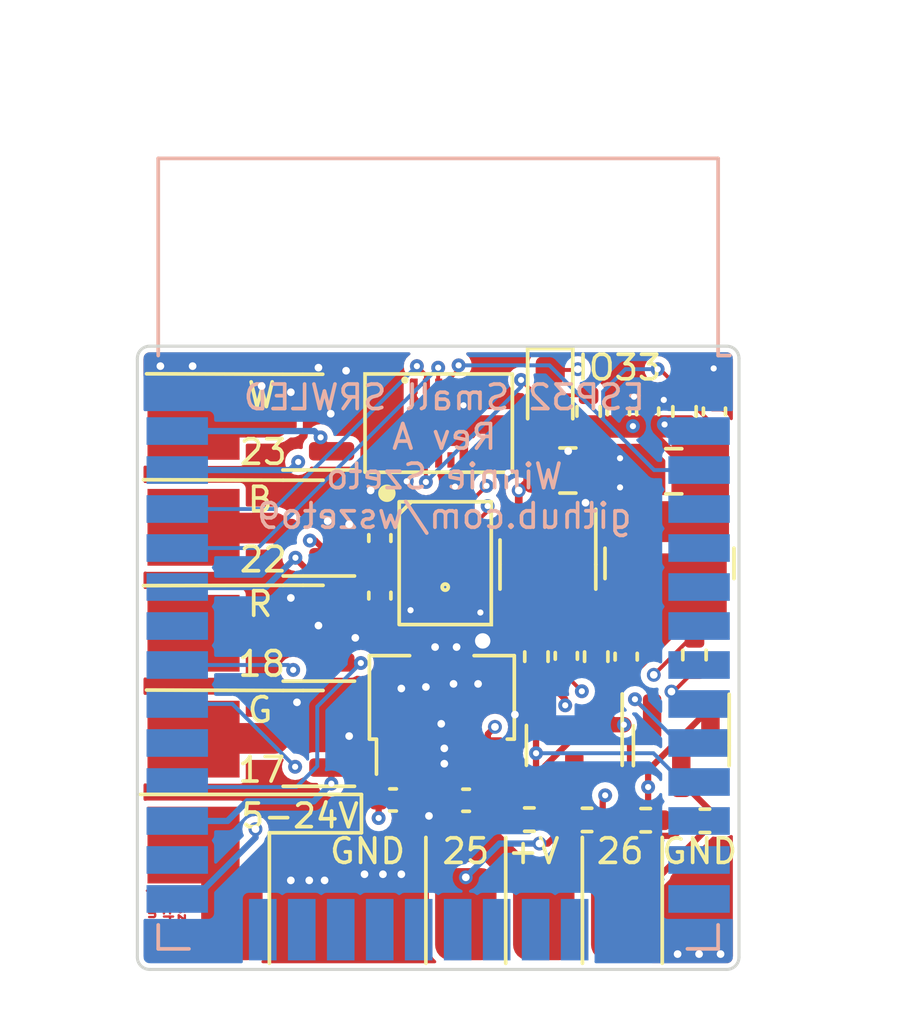
<source format=kicad_pcb>
(kicad_pcb (version 20211014) (generator pcbnew)
  (layers (0 "F.Cu" signal) (1 "In1.Cu" signal) (2 "In2.Cu" signal) (31 "B.Cu" signal) (34 "B.Paste" user) (35 "F.Paste" user) (36 "B.SilkS" user "B.Silkscreen") (37 "F.SilkS" user "F.Silkscreen") (38 "B.Mask" user) (39 "F.Mask" user) (44 "Edge.Cuts" user))
  (property "AUTHOR" "Winnie Szeto")
  (property "PROJECT_REVISION" "A01")
  (property "PROJECT_TITLE" "WS Template Project")
  (net 0 "")
  (net 1 "/MIC_POW")
  (net 2 "/GND")
  (net 3 "/VIN")
  (net 4 "Net-(C4-Pad1)")
  (net 5 "Net-(C4-Pad2)")
  (net 6 "/3V3")
  (net 7 "Net-(C5-Pad2)")
  (net 8 "/RST")
  (net 9 "/TXD0")
  (net 10 "/BOOT")
  (net 11 "/RXD0")
  (net 14 "/W")
  (net 15 "/R")
  (net 16 "/G")
  (net 17 "/B")
  (net 18 "/ADDR1")
  (net 20 "/PDM_CLK")
  (net 21 "/PDM_DATA")
  (net 27 "/W_SIG")
  (net 29 "/SCK_I2S")
  (net 41 "/ADDR2")
  (net 43 "/G_SIG")
  (net 44 "/B_SIG")
  (net 45 "/R_SIG")
  (net 46 "/5v")
  (net 47 "/ADDR1_SHIFTED")
  (net 49 "/ADDR2_SHIFTED")
  (net 50 "Net-(D1-Pad1)")
  (net 51 "Net-(R9-Pad2)")
  (footprint "Capacitor_SMD:C_0402_1005Metric" (layer "F.Cu") (at 132.4 70.45 90)
    (fp_text reference "C1" hide)
    (fp_text value "0402,10uF,6.3V,X5R ")
    (pad "1" smd roundrect (at -0.48 0 90) (size 0.56 0.62) (layers "F.Cu" "F.Paste" "F.Mask") (net 1 "/MIC_POW"))
    (pad "2" smd roundrect (at 0.48 0 90) (size 0.56 0.62) (layers "F.Cu" "F.Paste" "F.Mask") (net 2 "/GND"))
  )
  (footprint "Capacitor_SMD:C_0805_2012Metric" (layer "F.Cu") (at 138.525 68.25)
    (fp_text reference "C2" hide)
    (fp_text value "0805,10uF,50V,X5R ")
    (pad "1" smd roundrect (at -0.95 0) (size 1 1.45) (layers "F.Cu" "F.Paste" "F.Mask") (net 3 "/VIN"))
    (pad "2" smd roundrect (at 0.95 0) (size 1 1.45) (layers "F.Cu" "F.Paste" "F.Mask") (net 2 "/GND"))
  )
  (footprint "WS_LCSC_Connectors:YXT-BB10-10S-02" (layer "F.Cu") (at 134.316772 66.70536)
    (fp_text reference "J2" hide)
    (fp_text value "BB10-10S-02")
    (pad "1" smd rect (at -0.8 -1.2) (size 0.23 0.5) (layers "F.Cu" "F.Paste" "F.Mask") (net 6 "/3V3"))
    (pad "2" smd rect (at -0.8 1.2) (size 0.23 0.5) (layers "F.Cu" "F.Paste" "F.Mask") (net 2 "/GND"))
    (pad "3" smd rect (at -0.4 -1.2) (size 0.23 0.5) (layers "F.Cu" "F.Paste" "F.Mask") (net 9 "/TXD0"))
    (pad "4" smd rect (at -0.4 1.2) (size 0.23 0.5) (layers "F.Cu" "F.Paste" "F.Mask") (net 10 "/BOOT"))
    (pad "5" smd rect (at 0 -1.2) (size 0.23 0.5) (layers "F.Cu" "F.Paste" "F.Mask") (net 11 "/RXD0"))
    (pad "6" smd rect (at 0 1.2) (size 0.23 0.5) (layers "F.Cu" "F.Paste" "F.Mask"))
    (pad "7" smd rect (at 0.4 -1.2) (size 0.23 0.5) (layers "F.Cu" "F.Paste" "F.Mask") (net 8 "/RST"))
    (pad "8" smd rect (at 0.4 1.2) (size 0.23 0.5) (layers "F.Cu" "F.Paste" "F.Mask"))
    (pad "9" smd rect (at 0.8 -1.2) (size 0.23 0.5) (layers "F.Cu" "F.Paste" "F.Mask") (net 2 "/GND"))
    (pad "10" smd rect (at 0.8 1.2) (size 0.23 0.5) (layers "F.Cu" "F.Paste" "F.Mask") (net 6 "/3V3"))
    (pad "MP" smd roundrect (at -1.8 1 90) (size 0.9 0.9) (layers "F.Cu" "F.Paste" "F.Mask") (roundrect_rratio 0) (chamfer_ratio 0.33) (chamfer top_left) (net 2 "/GND"))
    (pad "MP" smd roundrect (at -1.8 -1) (size 0.9 0.9) (layers "F.Cu" "F.Paste" "F.Mask") (roundrect_rratio 0) (chamfer_ratio 0.33) (chamfer top_left) (net 2 "/GND"))
    (pad "MP" smd roundrect (at 1.8 -1 270) (size 0.9 0.9) (layers "F.Cu" "F.Paste" "F.Mask") (roundrect_rratio 0) (chamfer_ratio 0.33) (chamfer top_left) (net 2 "/GND"))
    (pad "MP" smd roundrect (at 1.8 1 180) (size 0.9 0.9) (layers "F.Cu" "F.Paste" "F.Mask") (roundrect_rratio 0) (chamfer_ratio 0.33) (chamfer top_left) (net 2 "/GND"))
  )
  (footprint "Package_TO_SOT_SMD:SOT-23" (layer "F.Cu") (at 142.22 77.212499 -90)
    (fp_text reference "U9" hide)
    (fp_text value "AO3400A")
    (pad "1" smd roundrect (at -0.9375 -0.95 270) (size 1.475 0.6) (layers "F.Cu" "F.Paste" "F.Mask") (net 6 "/3V3"))
    (pad "2" smd roundrect (at -0.9375 0.95 270) (size 1.475 0.6) (layers "F.Cu" "F.Paste" "F.Mask") (net 41 "/ADDR2"))
    (pad "3" smd roundrect (at 0.9375 0 270) (size 1.475 0.6) (layers "F.Cu" "F.Paste" "F.Mask") (net 49 "/ADDR2_SHIFTED"))
  )
  (footprint "Package_TO_SOT_SMD:SOT-23" (layer "F.Cu") (at 138.735 77.2025 -90)
    (fp_text reference "U10" hide)
    (fp_text value "AO3400A")
    (pad "1" smd roundrect (at -0.9375 -0.95 270) (size 1.475 0.6) (layers "F.Cu" "F.Paste" "F.Mask") (net 6 "/3V3"))
    (pad "2" smd roundrect (at -0.9375 0.95 270) (size 1.475 0.6) (layers "F.Cu" "F.Paste" "F.Mask") (net 18 "/ADDR1"))
    (pad "3" smd roundrect (at 0.9375 0 270) (size 1.475 0.6) (layers "F.Cu" "F.Paste" "F.Mask") (net 47 "/ADDR1_SHIFTED"))
  )
  (footprint "Capacitor_SMD:C_0402_1005Metric" (layer "F.Cu") (at 140.175 66.325 90)
    (fp_text reference "C9" hide)
    (fp_text value "0402,10uF,6.3V,X5R ")
    (pad "1" smd roundrect (at -0.48 0 90) (size 0.56 0.62) (layers "F.Cu" "F.Paste" "F.Mask") (net 6 "/3V3"))
    (pad "2" smd roundrect (at 0.48 0 90) (size 0.56 0.62) (layers "F.Cu" "F.Paste" "F.Mask") (net 2 "/GND"))
  )
  (footprint "Capacitor_SMD:C_0402_1005Metric" (layer "F.Cu") (at 135.21 78.99 180)
    (fp_text reference "C10" hide)
    (fp_text value "0402,100nF,50V,X7R ")
    (pad "1" smd roundrect (at -0.48 0 180) (size 0.56 0.62) (layers "F.Cu" "F.Paste" "F.Mask") (net 3 "/VIN"))
    (pad "2" smd roundrect (at 0.48 0 180) (size 0.56 0.62) (layers "F.Cu" "F.Paste" "F.Mask") (net 2 "/GND"))
  )
  (footprint "LED_SMD:LED_0603_1608Metric" (layer "F.Cu") (at 137.95 65.7625 -90)
    (fp_text reference "D1" hide)
    (fp_text value "LED_White")
    (pad "1" smd roundrect (at -0.7875 0 270) (size 0.875 0.95) (layers "F.Cu" "F.Paste" "F.Mask") (net 50 "Net-(D1-Pad1)"))
    (pad "2" smd roundrect (at 0.7875 0 270) (size 0.875 0.95) (layers "F.Cu" "F.Paste" "F.Mask") (net 6 "/3V3"))
  )
  (footprint "Package_TO_SOT_SMD:SOT-23-6" (layer "F.Cu") (at 137.875 71.3125 -90)
    (fp_text reference "U1" hide)
    (fp_text value "TPS54202DDC")
    (pad "1" smd roundrect (at -1.1375 -0.95 270) (size 1.325 0.6) (layers "F.Cu" "F.Paste" "F.Mask") (net 2 "/GND"))
    (pad "2" smd roundrect (at -1.1375 0 270) (size 1.325 0.6) (layers "F.Cu" "F.Paste" "F.Mask") (net 5 "Net-(C4-Pad2)"))
    (pad "3" smd roundrect (at -1.1375 0.95 270) (size 1.325 0.6) (layers "F.Cu" "F.Paste" "F.Mask") (net 3 "/VIN"))
    (pad "4" smd roundrect (at 1.1375 0.95 270) (size 1.325 0.6) (layers "F.Cu" "F.Paste" "F.Mask") (net 7 "Net-(C5-Pad2)"))
    (pad "5" smd roundrect (at 1.1375 0 270) (size 1.325 0.6) (layers "F.Cu" "F.Paste" "F.Mask"))
    (pad "6" smd roundrect (at 1.1375 -0.95 270) (size 1.325 0.6) (layers "F.Cu" "F.Paste" "F.Mask") (net 4 "Net-(C4-Pad1)"))
  )
  (footprint "Capacitor_SMD:C_0402_1005Metric" (layer "F.Cu") (at 138.475 74.2875 90)
    (fp_text reference "C5" hide)
    (fp_text value "0402,47pF,50V,C0G ")
    (pad "1" smd roundrect (at -0.48 0 90) (size 0.56 0.62) (layers "F.Cu" "F.Paste" "F.Mask") (net 6 "/3V3"))
    (pad "2" smd roundrect (at 0.48 0 90) (size 0.56 0.62) (layers "F.Cu" "F.Paste" "F.Mask") (net 7 "Net-(C5-Pad2)"))
  )
  (footprint "Resistor_SMD:R_0402_1005Metric" (layer "F.Cu") (at 139.2 66.325 90)
    (fp_text reference "R4" hide)
    (fp_text value "0402,10k")
    (pad "1" smd roundrect (at -0.51 0 90) (size 0.54 0.64) (layers "F.Cu" "F.Paste" "F.Mask") (net 6 "/3V3"))
    (pad "2" smd roundrect (at 0.51 0 90) (size 0.54 0.64) (layers "F.Cu" "F.Paste" "F.Mask") (net 10 "/BOOT"))
  )
  (footprint "Resistor_SMD:R_0402_1005Metric" (layer "F.Cu") (at 142.99 79.66 180)
    (fp_text reference "R7" hide)
    (fp_text value "0402,10k")
    (pad "1" smd roundrect (at -0.51 0 180) (size 0.54 0.64) (layers "F.Cu" "F.Paste" "F.Mask") (net 49 "/ADDR2_SHIFTED"))
    (pad "2" smd roundrect (at 0.51 0 180) (size 0.54 0.64) (layers "F.Cu" "F.Paste" "F.Mask") (net 46 "/5v"))
  )
  (footprint "Resistor_SMD:R_0402_1005Metric" (layer "F.Cu") (at 141.06 79.64)
    (fp_text reference "R5" hide)
    (fp_text value "0402,10k")
    (pad "1" smd roundrect (at -0.51 0) (size 0.54 0.64) (layers "F.Cu" "F.Paste" "F.Mask") (net 41 "/ADDR2"))
    (pad "2" smd roundrect (at 0.51 0) (size 0.54 0.64) (layers "F.Cu" "F.Paste" "F.Mask") (net 6 "/3V3"))
  )
  (footprint "Package_TO_SOT_SMD:SOT-23" (layer "F.Cu") (at 129.890531 66.67391 180)
    (fp_text reference "U6" hide)
    (fp_text value "AO3400A")
    (pad "1" smd roundrect (at -0.9375 -0.95 180) (size 1.475 0.6) (layers "F.Cu" "F.Paste" "F.Mask") (net 27 "/W_SIG"))
    (pad "2" smd roundrect (at -0.9375 0.95 180) (size 1.475 0.6) (layers "F.Cu" "F.Paste" "F.Mask") (net 2 "/GND"))
    (pad "3" smd roundrect (at 0.9375 0 180) (size 1.475 0.6) (layers "F.Cu" "F.Paste" "F.Mask") (net 14 "/W"))
  )
  (footprint "Inductor_SMD:L_Wuerth_MAPI-4030" (layer "F.Cu") (at 141.834998 71.275 90)
    (fp_text reference "L1" hide)
    (fp_text value "4.7uH/2A")
    (pad "1" smd rect (at -1.185 0 90) (size 0.98 3.7) (layers "F.Cu" "F.Paste" "F.Mask") (net 5 "Net-(C4-Pad2)"))
    (pad "2" smd rect (at 1.185 0 90) (size 0.98 3.7) (layers "F.Cu" "F.Paste" "F.Mask") (net 6 "/3V3"))
  )
  (footprint "Package_TO_SOT_SMD:SOT-89-3" (layer "F.Cu") (at 134.42 75.94 90)
    (fp_text reference "U8" hide)
    (fp_text value "78L05G-AB3-R")
    (pad "1" smd rect (at -1.65 -1.5 90) (size 1.3 0.9) (layers "F.Cu" "F.Paste" "F.Mask") (net 46 "/5v"))
    (pad "2" smd custom (at -1.5625 0 90) (size 1.475 0.9) (layers "F.Cu" "F.Paste" "F.Mask") (net 2 "/GND") (options (clearance outline) (anchor rect)) (primitives (gr_poly (pts (xy 3.8625 0.8665) (xy 0.7375 0.8665) (xy 0.7375 -0.8665) (xy 3.8625 -0.8665)) (width 0) (fill yes))))
    (pad "3" smd rect (at -1.65 1.5 90) (size 1.3 0.9) (layers "F.Cu" "F.Paste" "F.Mask") (net 3 "/VIN"))
  )
  (footprint "Package_TO_SOT_SMD:SOT-23" (layer "F.Cu") (at 129.9 73.55 180)
    (fp_text reference "U4" hide)
    (fp_text value "AO3400A")
    (pad "1" smd roundrect (at -0.9375 -0.95 180) (size 1.475 0.6) (layers "F.Cu" "F.Paste" "F.Mask") (net 45 "/R_SIG"))
    (pad "2" smd roundrect (at -0.9375 0.95 180) (size 1.475 0.6) (layers "F.Cu" "F.Paste" "F.Mask") (net 2 "/GND"))
    (pad "3" smd roundrect (at 0.9375 0 180) (size 1.475 0.6) (layers "F.Cu" "F.Paste" "F.Mask") (net 15 "/R"))
  )
  (footprint "Capacitor_SMD:C_0402_1005Metric" (layer "F.Cu") (at 132.83 78.98)
    (fp_text reference "C11" hide)
    (fp_text value "0402,100nF,16V,X7R ")
    (pad "1" smd roundrect (at -0.48 0) (size 0.56 0.62) (layers "F.Cu" "F.Paste" "F.Mask") (net 46 "/5v"))
    (pad "2" smd roundrect (at 0.48 0) (size 0.56 0.62) (layers "F.Cu" "F.Paste" "F.Mask") (net 2 "/GND"))
  )
  (footprint "WS_LCSC_ICs:MSM261D4030H1CPM" (layer "F.Cu") (at 134.529304 71.2675 180)
    (fp_text reference "U2" hide)
    (fp_text value "MSM261D4030H1CPM")
    (pad "1" smd rect (at 0.425 0.725) (size 0.45 0.95) (layers "F.Cu" "F.Paste" "F.Mask") (net 1 "/MIC_POW"))
    (pad "2" smd rect (at 0.425 -0.725) (size 0.45 0.95) (layers "F.Cu" "F.Paste" "F.Mask") (net 2 "/GND"))
    (pad "3" smd rect (at -0.425 -0.725) (size 0.45 0.95) (layers "F.Cu" "F.Paste" "F.Mask") (net 20 "/PDM_CLK"))
    (pad "4" smd rect (at -0.425 0.725) (size 0.45 0.95) (layers "F.Cu" "F.Paste" "F.Mask") (net 21 "/PDM_DATA"))
    (pad "5" smd roundrect (at 0 1.725 180) (size 1.3 0.35) (layers "F.Cu" "F.Paste" "F.Mask") (roundrect_rratio 0) (chamfer_ratio 0.2857) (chamfer top_left top_right) (net 2 "/GND"))
    (pad "6" smd roundrect (at 1.225 0 270) (size 2.3 0.35) (layers "F.Cu" "F.Paste" "F.Mask") (roundrect_rratio 0) (chamfer_ratio 0.2857) (chamfer top_left top_right) (net 2 "/GND"))
    (pad "7" smd roundrect (at 0 -1.725) (size 1.3 0.35) (layers "F.Cu" "F.Paste" "F.Mask") (roundrect_rratio 0) (chamfer_ratio 0.2857) (chamfer top_left top_right) (net 2 "/GND"))
    (pad "8" smd roundrect (at -1.225 0 90) (size 2.3 0.35) (layers "F.Cu" "F.Paste" "F.Mask") (roundrect_rratio 0) (chamfer_ratio 0.2857) (chamfer top_left top_right) (net 2 "/GND"))
  )
  (footprint "Capacitor_SMD:C_0402_1005Metric" (layer "F.Cu") (at 141.125 66.325 90)
    (fp_text reference "C7" hide)
    (fp_text value "0402,100nF,16V,X7R ")
    (pad "1" smd roundrect (at -0.48 0 90) (size 0.56 0.62) (layers "F.Cu" "F.Paste" "F.Mask") (net 6 "/3V3"))
    (pad "2" smd roundrect (at 0.48 0 90) (size 0.56 0.62) (layers "F.Cu" "F.Paste" "F.Mask") (net 2 "/GND"))
  )
  (footprint "Resistor_SMD:R_0402_1005Metric" (layer "F.Cu") (at 142.325 66.325 90)
    (fp_text reference "R1" hide)
    (fp_text value "0402,10k")
    (pad "1" smd roundrect (at -0.51 0 90) (size 0.54 0.64) (layers "F.Cu" "F.Paste" "F.Mask") (net 6 "/3V3"))
    (pad "2" smd roundrect (at 0.51 0 90) (size 0.54 0.64) (layers "F.Cu" "F.Paste" "F.Mask") (net 8 "/RST"))
  )
  (footprint "Package_TO_SOT_SMD:SOT-23" (layer "F.Cu") (at 129.9 76.975 180)
    (fp_text reference "U7" hide)
    (fp_text value "AO3400A")
    (pad "1" smd roundrect (at -0.9375 -0.95 180) (size 1.475 0.6) (layers "F.Cu" "F.Paste" "F.Mask") (net 43 "/G_SIG"))
    (pad "2" smd roundrect (at -0.9375 0.95 180) (size 1.475 0.6) (layers "F.Cu" "F.Paste" "F.Mask") (net 2 "/GND"))
    (pad "3" smd roundrect (at 0.9375 0 180) (size 1.475 0.6) (layers "F.Cu" "F.Paste" "F.Mask") (net 16 "/G"))
  )
  (footprint "Resistor_SMD:R_0402_1005Metric" (layer "F.Cu") (at 139.15 79.63)
    (fp_text reference "R8" hide)
    (fp_text value "0402,10k")
    (pad "1" smd roundrect (at -0.51 0) (size 0.54 0.64) (layers "F.Cu" "F.Paste" "F.Mask") (net 47 "/ADDR1_SHIFTED"))
    (pad "2" smd roundrect (at 0.51 0) (size 0.54 0.64) (layers "F.Cu" "F.Paste" "F.Mask") (net 46 "/5v"))
  )
  (footprint "WS_LCSC_Connectors:1x7 wire solder pad" (layer "F.Cu") (at 135.2 82.7)
    (fp_text reference "J1" hide)
    (fp_text value "SolderHeader1x7")
    (pad "1" smd roundrect (at -7.62 0) (size 2 3) (layers "F.Cu" "F.Paste" "F.Mask") (net 3 "/VIN"))
    (pad "2" smd roundrect (at -5.08 0) (size 2 3) (layers "F.Cu" "F.Paste" "F.Mask") (net 2 "/GND"))
    (pad "3" smd roundrect (at -2.54 0) (size 2 3) (layers "F.Cu" "F.Paste" "F.Mask") (net 2 "/GND"))
    (pad "4" smd roundrect (at 0 0) (size 2 3) (layers "F.Cu" "F.Paste" "F.Mask") (net 47 "/ADDR1_SHIFTED"))
    (pad "5" smd roundrect (at 2.54 0) (size 2 3) (layers "F.Cu" "F.Paste" "F.Mask") (net 3 "/VIN"))
    (pad "6" smd roundrect (at 5.08 0) (size 2 3) (layers "F.Cu" "F.Paste" "F.Mask") (net 49 "/ADDR2_SHIFTED"))
    (pad "7" smd roundrect (at 7.62 0) (size 2 3) (layers "F.Cu" "F.Paste" "F.Mask") (net 2 "/GND"))
  )
  (footprint "Resistor_SMD:R_0402_1005Metric" (layer "F.Cu") (at 139.45 74.3125 90)
    (fp_text reference "R2" hide)
    (fp_text value "0402,100k")
    (pad "1" smd roundrect (at -0.51 0 90) (size 0.54 0.64) (layers "F.Cu" "F.Paste" "F.Mask") (net 6 "/3V3"))
    (pad "2" smd roundrect (at 0.51 0 90) (size 0.54 0.64) (layers "F.Cu" "F.Paste" "F.Mask") (net 7 "Net-(C5-Pad2)"))
  )
  (footprint "Capacitor_SMD:C_0402_1005Metric" (layer "F.Cu") (at 140.425 74.3125 -90)
    (fp_text reference "C4" hide)
    (fp_text value "0402,100nF,16V,X7R ")
    (pad "1" smd roundrect (at -0.48 0 270) (size 0.56 0.62) (layers "F.Cu" "F.Paste" "F.Mask") (net 4 "Net-(C4-Pad1)"))
    (pad "2" smd roundrect (at 0.48 0 270) (size 0.56 0.62) (layers "F.Cu" "F.Paste" "F.Mask") (net 5 "Net-(C4-Pad2)"))
  )
  (footprint "Resistor_SMD:R_0402_1005Metric" (layer "F.Cu") (at 137.5 74.3125 -90)
    (fp_text reference "R3" hide)
    (fp_text value "0402,22k")
    (pad "1" smd roundrect (at -0.51 0 270) (size 0.54 0.64) (layers "F.Cu" "F.Paste" "F.Mask") (net 7 "Net-(C5-Pad2)"))
    (pad "2" smd roundrect (at 0.51 0 270) (size 0.54 0.64) (layers "F.Cu" "F.Paste" "F.Mask") (net 2 "/GND"))
  )
  (footprint "Resistor_SMD:R_0402_1005Metric" (layer "F.Cu") (at 142.65 74.259999 -90)
    (fp_text reference "R9" hide)
    (fp_text value "0402,220")
    (pad "1" smd roundrect (at -0.51 0 270) (size 0.54 0.64) (layers "F.Cu" "F.Paste" "F.Mask") (net 50 "Net-(D1-Pad1)"))
    (pad "2" smd roundrect (at 0.51 0 270) (size 0.54 0.64) (layers "F.Cu" "F.Paste" "F.Mask") (net 51 "Net-(R9-Pad2)"))
  )
  (footprint "Package_TO_SOT_SMD:SOT-23" (layer "F.Cu") (at 129.9 70.125 180)
    (fp_text reference "U5" hide)
    (fp_text value "AO3400A")
    (pad "1" smd roundrect (at -0.9375 -0.95 180) (size 1.475 0.6) (layers "F.Cu" "F.Paste" "F.Mask") (net 44 "/B_SIG"))
    (pad "2" smd roundrect (at -0.9375 0.95 180) (size 1.475 0.6) (layers "F.Cu" "F.Paste" "F.Mask") (net 2 "/GND"))
    (pad "3" smd roundrect (at 0.9375 0 180) (size 1.475 0.6) (layers "F.Cu" "F.Paste" "F.Mask") (net 17 "/B"))
  )
  (footprint "Capacitor_SMD:C_0402_1005Metric" (layer "F.Cu") (at 143.3 66.325 90)
    (fp_text reference "C6" hide)
    (fp_text value "0402,100nF,16V,X7R ")
    (pad "1" smd roundrect (at -0.48 0 90) (size 0.56 0.62) (layers "F.Cu" "F.Paste" "F.Mask") (net 8 "/RST"))
    (pad "2" smd roundrect (at 0.48 0 90) (size 0.56 0.62) (layers "F.Cu" "F.Paste" "F.Mask") (net 2 "/GND"))
  )
  (footprint "Resistor_SMD:R_0402_1005Metric" (layer "F.Cu") (at 137.27 79.62)
    (fp_text reference "R6" hide)
    (fp_text value "0402,10k")
    (pad "1" smd roundrect (at -0.51 0) (size 0.54 0.64) (layers "F.Cu" "F.Paste" "F.Mask") (net 18 "/ADDR1"))
    (pad "2" smd roundrect (at 0.51 0) (size 0.54 0.64) (layers "F.Cu" "F.Paste" "F.Mask") (net 6 "/3V3"))
  )
  (footprint "Capacitor_SMD:C_0402_1005Metric" (layer "F.Cu") (at 132.399999 72.325 -90)
    (fp_text reference "C3" hide)
    (fp_text value "0402,100nF,16V,X7R ")
    (pad "1" smd roundrect (at -0.48 0 270) (size 0.56 0.62) (layers "F.Cu" "F.Paste" "F.Mask") (net 1 "/MIC_POW"))
    (pad "2" smd roundrect (at 0.48 0 270) (size 0.56 0.62) (layers "F.Cu" "F.Paste" "F.Mask") (net 2 "/GND"))
  )
  (footprint "WS_LCSC_Connectors:1x5 solder pad" (layer "F.Cu") (at 126.33 73.55 -90)
    (fp_text reference "J3" hide)
    (fp_text value "SolderHeader1x5")
    (pad "1" smd rect (at -6.9 0 270) (size 2.5 3) (layers "F.Cu" "F.Paste" "F.Mask") (net 14 "/W"))
    (pad "2" smd rect (at -3.45 0 270) (size 2.5 3) (layers "F.Cu" "F.Paste" "F.Mask") (net 17 "/B"))
    (pad "3" smd rect (at 0 0 270) (size 2.5 3) (layers "F.Cu" "F.Paste" "F.Mask") (net 15 "/R"))
    (pad "4" smd rect (at 3.45 0 270) (size 2.5 3) (layers "F.Cu" "F.Paste" "F.Mask") (net 16 "/G"))
    (pad "5" smd rect (at 6.9 0 270) (size 2.5 3) (layers "F.Cu" "F.Paste" "F.Mask") (net 3 "/VIN"))
  )
  (footprint "Capacitor_SMD:C_0805_2012Metric" (layer "F.Cu") (at 141.975 68.275 180)
    (fp_text reference "C8" hide)
    (fp_text value "0805,47uF,6.3V,X5R ")
    (pad "1" smd roundrect (at -0.95 0 180) (size 1 1.45) (layers "F.Cu" "F.Paste" "F.Mask") (net 6 "/3V3"))
    (pad "2" smd roundrect (at 0.95 0 180) (size 1 1.45) (layers "F.Cu" "F.Paste" "F.Mask") (net 2 "/GND"))
  )
  (footprint "RF_Module:ESP32-WROOM-32" (layer "B.Cu") (at 134.3 73.95 180)
    (fp_text reference "U3" hide)
    (fp_text value "ESP32-WROOM-32D")
    (pad "1" smd rect (at -8.5 8.255 180) (size 2 0.9) (layers "B.Cu" "B.Paste" "B.Mask") (net 2 "/GND"))
    (pad "2" smd rect (at -8.5 6.985 180) (size 2 0.9) (layers "B.Cu" "B.Paste" "B.Mask") (net 6 "/3V3"))
    (pad "3" smd rect (at -8.5 5.715 180) (size 2 0.9) (layers "B.Cu" "B.Paste" "B.Mask") (net 8 "/RST"))
    (pad "4" smd rect (at -8.5 4.445 180) (size 2 0.9) (layers "B.Cu" "B.Paste" "B.Mask"))
    (pad "5" smd rect (at -8.5 3.175 180) (size 2 0.9) (layers "B.Cu" "B.Paste" "B.Mask"))
    (pad "6" smd rect (at -8.5 1.905 180) (size 2 0.9) (layers "B.Cu" "B.Paste" "B.Mask"))
    (pad "7" smd rect (at -8.5 0.635 180) (size 2 0.9) (layers "B.Cu" "B.Paste" "B.Mask"))
    (pad "8" smd rect (at -8.5 -0.635 180) (size 2 0.9) (layers "B.Cu" "B.Paste" "B.Mask"))
    (pad "9" smd rect (at -8.5 -1.905 180) (size 2 0.9) (layers "B.Cu" "B.Paste" "B.Mask") (net 51 "Net-(R9-Pad2)"))
    (pad "10" smd rect (at -8.5 -3.175 180) (size 2 0.9) (layers "B.Cu" "B.Paste" "B.Mask") (net 41 "/ADDR2"))
    (pad "11" smd rect (at -8.5 -4.445 180) (size 2 0.9) (layers "B.Cu" "B.Paste" "B.Mask") (net 18 "/ADDR1"))
    (pad "12" smd rect (at -8.5 -5.715 180) (size 2 0.9) (layers "B.Cu" "B.Paste" "B.Mask"))
    (pad "13" smd rect (at -8.5 -6.985 180) (size 2 0.9) (layers "B.Cu" "B.Paste" "B.Mask") (net 29 "/SCK_I2S"))
    (pad "14" smd rect (at -8.5 -8.255 180) (size 2 0.9) (layers "B.Cu" "B.Paste" "B.Mask"))
    (pad "15" smd rect (at -5.715 -9.255 90) (size 2 0.9) (layers "B.Cu" "B.Paste" "B.Mask") (net 2 "/GND"))
    (pad "16" smd rect (at -4.445 -9.255 90) (size 2 0.9) (layers "B.Cu" "B.Paste" "B.Mask"))
    (pad "17" smd rect (at -3.175 -9.255 90) (size 2 0.9) (layers "B.Cu" "B.Paste" "B.Mask"))
    (pad "18" smd rect (at -1.905 -9.255 90) (size 2 0.9) (layers "B.Cu" "B.Paste" "B.Mask"))
    (pad "19" smd rect (at -0.635 -9.255 90) (size 2 0.9) (layers "B.Cu" "B.Paste" "B.Mask"))
    (pad "20" smd rect (at 0.635 -9.255 90) (size 2 0.9) (layers "B.Cu" "B.Paste" "B.Mask"))
    (pad "21" smd rect (at 1.905 -9.255 90) (size 2 0.9) (layers "B.Cu" "B.Paste" "B.Mask"))
    (pad "22" smd rect (at 3.175 -9.255 90) (size 2 0.9) (layers "B.Cu" "B.Paste" "B.Mask"))
    (pad "23" smd rect (at 4.445 -9.255 90) (size 2 0.9) (layers "B.Cu" "B.Paste" "B.Mask"))
    (pad "24" smd rect (at 5.715 -9.255 90) (size 2 0.9) (layers "B.Cu" "B.Paste" "B.Mask"))
    (pad "25" smd rect (at 8.5 -8.255 180) (size 2 0.9) (layers "B.Cu" "B.Paste" "B.Mask") (net 10 "/BOOT"))
    (pad "26" smd rect (at 8.5 -6.985 180) (size 2 0.9) (layers "B.Cu" "B.Paste" "B.Mask"))
    (pad "27" smd rect (at 8.5 -5.715 180) (size 2 0.9) (layers "B.Cu" "B.Paste" "B.Mask") (net 43 "/G_SIG"))
    (pad "28" smd rect (at 8.5 -4.445 180) (size 2 0.9) (layers "B.Cu" "B.Paste" "B.Mask") (net 45 "/R_SIG"))
    (pad "29" smd rect (at 8.5 -3.175 180) (size 2 0.9) (layers "B.Cu" "B.Paste" "B.Mask"))
    (pad "30" smd rect (at 8.5 -1.905 180) (size 2 0.9) (layers "B.Cu" "B.Paste" "B.Mask") (net 20 "/PDM_CLK"))
    (pad "31" smd rect (at 8.5 -0.635 180) (size 2 0.9) (layers "B.Cu" "B.Paste" "B.Mask") (net 21 "/PDM_DATA"))
    (pad "32" smd rect (at 8.5 0.635 180) (size 2 0.9) (layers "B.Cu" "B.Paste" "B.Mask"))
    (pad "33" smd rect (at 8.5 1.905 180) (size 2 0.9) (layers "B.Cu" "B.Paste" "B.Mask") (net 1 "/MIC_POW"))
    (pad "34" smd rect (at 8.5 3.175 180) (size 2 0.9) (layers "B.Cu" "B.Paste" "B.Mask") (net 11 "/RXD0"))
    (pad "35" smd rect (at 8.5 4.445 180) (size 2 0.9) (layers "B.Cu" "B.Paste" "B.Mask") (net 9 "/TXD0"))
    (pad "36" smd rect (at 8.5 5.715 180) (size 2 0.9) (layers "B.Cu" "B.Paste" "B.Mask") (net 44 "/B_SIG"))
    (pad "37" smd rect (at 8.5 6.985 180) (size 2 0.9) (layers "B.Cu" "B.Paste" "B.Mask") (net 27 "/W_SIG"))
    (pad "38" smd rect (at 8.5 8.255 180) (size 2 0.9) (layers "B.Cu" "B.Paste" "B.Mask") (net 2 "/GND"))
    (pad "39" smd rect (at -1 0.755 180) (size 5 5) (layers "B.Cu" "B.Paste" "B.Mask") (net 2 "/GND"))
  )
  (gr_line (start 124.6 78.8) (end 131.8 78.8) (layer "F.SilkS") (width 0.12))
  (gr_line (start 129.240531 65.11391) (end 124.8 65.1) (layer "F.SilkS") (width 0.12))
  (gr_line (start 136.5 84.3) (end 136.5 80.2) (layer "F.SilkS") (width 0.12))
  (gr_line (start 138.996359 80.2) (end 139 84.3) (layer "F.SilkS") (width 0.12))
  (gr_line (start 128.8 80.05) (end 128.8 84.3) (layer "F.SilkS") (width 0.12))
  (gr_line (start 141.6 84.3) (end 141.6 80.2) (layer "F.SilkS") (width 0.12))
  (gr_line (start 129.25 68.565) (end 124.7 68.55) (layer "F.SilkS") (width 0.12))
  (gr_line (start 129.25 71.99) (end 124.7 72) (layer "F.SilkS") (width 0.12))
  (gr_line (start 129.25 75.415) (end 124.8 75.4) (layer "F.SilkS") (width 0.12))
  (gr_line (start 131.8 78.8) (end 131.8 80.05) (layer "F.SilkS") (width 0.12))
  (gr_line (start 131.8 80.05) (end 128.8 80.05) (layer "F.SilkS") (width 0.12))
  (gr_line (start 133.9 80.2) (end 133.9 84.3) (layer "F.SilkS") (width 0.12))
  (gr_arc (start 124.500002 64.6) (mid 124.61716 64.317158) (end 124.900002 64.2) (layer "Edge.Cuts") (width 0.1))
  (gr_line (start 144.1 64.600002) (end 144.099998 84.1) (layer "Edge.Cuts") (width 0.1))
  (gr_arc (start 143.7 64.200002) (mid 143.982842 64.31716) (end 144.1 64.600002) (layer "Edge.Cuts") (width 0.1))
  (gr_line (start 143.699998 84.5) (end 124.9 84.499998) (layer "Edge.Cuts") (width 0.1))
  (gr_line (start 124.900002 64.2) (end 143.7 64.200002) (layer "Edge.Cuts") (width 0.1))
  (gr_arc (start 144.099998 84.1) (mid 143.98284 84.382842) (end 143.699998 84.5) (layer "Edge.Cuts") (width 0.1))
  (gr_arc (start 124.9 84.499998) (mid 124.617158 84.38284) (end 124.5 84.099998) (layer "Edge.Cuts") (width 0.1))
  (gr_line (start 124.500002 64.6) (end 124.5 84.099998) (layer "Edge.Cuts") (width 0.1))
  (gr_text "wszeto9.\ngithub.io\n/smolwled" (at 125.5 83.1 270) (layer "F.Cu") (effects (font (size 0.3 0.3) (thickness 0.075))))
  (gr_text "ESP32 Small SRWLED\nRev A\nWinnie Szeto\ngithub.com/wszeto9" (at 134.5 67.8) (layer "B.SilkS") (effects (font (size 0.8 0.8) (thickness 0.12)) (justify mirror)))
  (gr_text "5-24V\n" (at 129.8 79.5) (layer "F.SilkS") (effects (font (size 0.77 0.77) (thickness 0.12))))
  (gr_text "B\n" (at 128.5 69.2) (layer "F.SilkS") (effects (font (size 0.8 0.8) (thickness 0.12))))
  (gr_text "G" (at 128.5 76.05) (layer "F.SilkS") (effects (font (size 0.8 0.8) (thickness 0.12))))
  (gr_text "17\n" (at 128.55 78) (layer "F.SilkS") (effects (font (size 0.8 0.8) (thickness 0.12))))
  (gr_text "W\n" (at 128.55 65.8) (layer "F.SilkS") (effects (font (size 0.8 0.8) (thickness 0.12))))
  (gr_text "18\n" (at 128.55 74.55) (layer "F.SilkS") (effects (font (size 0.8 0.8) (thickness 0.12))))
  (gr_text "  GND  25 +V  26 GND" (at 136.8 80.65) (layer "F.SilkS") (effects (font (size 0.8 0.8) (thickness 0.12))))
  (gr_text "R\n" (at 128.5 72.6) (layer "F.SilkS") (effects (font (size 0.8 0.8) (thickness 0.12))))
  (gr_text "22\n" (at 128.6 71.15) (layer "F.SilkS") (effects (font (size 0.8 0.8) (thickness 0.12))))
  (gr_text "IO33" (at 140.2 64.9) (layer "F.SilkS") (effects (font (size 0.8 0.8) (thickness 0.12))))
  (gr_text "23\n" (at 128.6 67.65) (layer "F.SilkS") (effects (font (size 0.8 0.8) (thickness 0.12))))
  (segment (start 132.90002 70.42998) (end 132.90002 70.078056) (width 0.2032) (layer "F.Cu") (net 1))
  (segment (start 133.050596 69.92748) (end 133.489284 69.92748) (width 0.2032) (layer "F.Cu") (net 1))
  (segment (start 132.399999 71.845) (end 132.4 71.38) (width 0.2032) (layer "F.Cu") (net 1))
  (segment (start 132.4 71.38) (end 132.4 70.93) (width 0.2032) (layer "F.Cu") (net 1))
  (segment (start 132.4 70.93) (end 132.90002 70.42998) (width 0.2032) (layer "F.Cu") (net 1))
  (segment (start 129.65 71.10586) (end 130.34414 71.8) (width 0.2032) (layer "F.Cu") (net 1))
  (segment (start 129.65 71.09) (end 129.65 71.10586) (width 0.2032) (layer "F.Cu") (net 1))
  (segment (start 133.489284 69.92748) (end 134.104304 70.5425) (width 0.2032) (layer "F.Cu") (net 1))
  (segment (start 132.4 71.8) (end 132.4 71.38) (width 0.2032) (layer "F.Cu") (net 1))
  (segment (start 132.90002 70.078056) (end 133.050596 69.92748) (width 0.2032) (layer "F.Cu") (net 1))
  (segment (start 130.34414 71.8) (end 132.4 71.8) (width 0.2032) (layer "F.Cu") (net 1))
  (via (at 129.65 71.09) (size 0.45) (drill 0.2) (layers "F.Cu" "B.Cu") (net 1))
  (segment (start 125.8 72.045) (end 128.695 72.045) (width 0.2032) (layer "B.Cu") (net 1))
  (segment (start 128.695 72.045) (end 129.65 71.09) (width 0.2032) (layer "B.Cu") (net 1))
  (segment (start 141.545 65.845) (end 141.65 65.95) (width 0.5) (layer "F.Cu") (net 2))
  (segment (start 137.5 74.8225) (end 137.5225 74.8225) (width 0.127) (layer "F.Cu") (net 2))
  (segment (start 140.68 65.845) (end 141.125 65.845) (width 0.5) (layer "F.Cu") (net 2))
  (segment (start 140.175 65.845) (end 140.68 65.845) (width 0.5) (layer "F.Cu") (net 2))
  (segment (start 141.125 65.845) (end 141.545 65.845) (width 0.5) (layer "F.Cu") (net 2))
  (segment (start 137.56086 74.8225) (end 138.438711 75.700351) (width 0.2032) (layer "F.Cu") (net 2))
  (segment (start 138.438711 75.700351) (end 138.438711 75.898831) (width 0.2032) (layer "F.Cu") (net 2))
  (segment (start 137.655 74.8225) (end 137.6 74.7675) (width 0.127) (layer "F.Cu") (net 2))
  (segment (start 137.5225 74.8225) (end 137.8 75.1) (width 0.127) (layer "F.Cu") (net 2))
  (segment (start 137.5 74.8225) (end 137.56086 74.8225) (width 0.2032) (layer "F.Cu") (net 2))
  (via (at 129.7 75.8) (size 0.45) (drill 0.25) (layers "F.Cu" "B.Cu") (net 2))
  (via (at 131.9 81.4) (size 0.45) (drill 0.25) (layers "F.Cu" "B.Cu") (net 2))
  (via (at 131.3 65) (size 0.45) (drill 0.25) (layers "F.Cu" "B.Cu") (net 2))
  (via (at 130.7 69.9) (size 0.45) (drill 0.25) (layers "F.Cu" "B.Cu") (net 2))
  (via (at 130.1 81.6) (size 0.45) (drill 0.25) (layers "F.Cu" "B.Cu") (net 2))
  (via (at 143.5 84) (size 0.45) (drill 0.25) (layers "F.Cu" "B.Cu") (net 2))
  (via (at 140.225 68.8) (size 0.45) (drill 0.2) (layers "F.Cu" "B.Cu") (net 2))
  (via (at 135.125 66.125) (size 0.45) (drill 0.2) (layers "F.Cu" "B.Cu") (net 2))
  (via (at 131.6 73.7) (size 0.45) (drill 0.25) (layers "F.Cu" "B.Cu") (net 2))
  (via (at 130.6 81.6) (size 0.45) (drill 0.25) (layers "F.Cu" "B.Cu") (net 2))
  (via (at 133.1 75.35) (size 0.45) (drill 0.25) (layers "F.Cu" "B.Cu") (net 2))
  (via (at 134.8 75.2) (size 0.45) (drill 0.25) (layers "F.Cu" "B.Cu") (net 2))
  (via (at 139.1 69.3) (size 0.45) (drill 0.25) (layers "F.Cu" "B.Cu") (net 2))
  (via (at 132.1 68.9) (size 0.45) (drill 0.25) (layers "F.Cu" "B.Cu") (net 2))
  (via (at 130.4 73.3) (size 0.45) (drill 0.25) (layers "F.Cu" "B.Cu") (net 2))
  (via (at 134.5 77.3) (size 0.45) (drill 0.25) (layers "F.Cu" "B.Cu") (net 2))
  (via (at 134.85 68.775) (size 0.45) (drill 0.2) (layers "F.Cu" "B.Cu") (net 2))
  (via (at 143.275 64.925) (size 0.45) (drill 0.2) (layers "F.Cu" "B.Cu") (net 2))
  (via (at 135.6 75.2) (size 0.45) (drill 0.25) (layers "F.Cu" "B.Cu") (net 2))
  (via (at 126.3 64.85) (size 0.45) (drill 0.25) (layers "F.Cu" "B.Cu") (net 2))
  (via (at 125.25 64.85) (size 0.45) (drill 0.25) (layers "F.Cu" "B.Cu") (net 2))
  (via (at 134.5 77.8) (size 0.45) (drill 0.25) (layers "F.Cu" "B.Cu") (net 2))
  (via (at 141.65 65.95) (size 0.45) (drill 0.2) (layers "F.Cu" "B.Cu") (net 2))
  (via (at 129.5 72.4) (size 0.45) (drill 0.25) (layers "F.Cu" "B.Cu") (net 2))
  (via (at 140.225 67.85) (size 0.45) (drill 0.2) (layers "F.Cu" "B.Cu") (net 2))
  (via (at 138.535365 67.617971) (size 0.45) (drill 0.25) (layers "F.Cu" "B.Cu") (net 2))
  (via (at 140.68 65.845) (size 0.45) (drill 0.2) (layers "F.Cu" "B.Cu") (net 2))
  (via (at 136.8 76.2) (size 0.45) (drill 0.25) (layers "F.Cu" "B.Cu") (net 2))
  (via (at 134 79.5) (size 0.45) (drill 0.25) (layers "F.Cu" "B.Cu") (net 2))
  (via (at 138.438711 75.898831) (size 0.45) (drill 0.2) (layers "F.Cu" "B.Cu") (net 2))
  (via (at 133.275 68.6) (size 0.45) (drill 0.2) (layers "F.Cu" "B.Cu") (net 2))
  (via (at 142.8 84) (size 0.45) (drill 0.25) (layers "F.Cu" "B.Cu") (net 2))
  (via (at 131.4 76.9) (size 0.45) (drill 0.25) (layers "F.Cu" "B.Cu") (net 2))
  (via (at 133.9 75.3) (size 0.45) (drill 0.25) (layers "F.Cu" "B.Cu") (net 2))
  (via (at 142.1 84) (size 0.45) (drill 0.25) (layers "F.Cu" "B.Cu") (net 2))
  (via (at 131.4 70) (size 0.45) (drill 0.25) (layers "F.Cu" "B.Cu") (net 2))
  (via (at 134.2 74) (size 0.45) (drill 0.25) (layers "F.Cu" "B.Cu") (net 2))
  (via (at 130.8 66.4) (size 0.45) (drill 0.25) (layers "F.Cu" "B.Cu") (net 2))
  (via (at 136.57 68.32) (size 0.45) (drill 0.2) (layers "F.Cu" "B.Cu") (net 2))
  (via (at 135.75 73.8) (size 1) (drill 0.5) (layers "F.Cu" "B.Cu") (net 2))
  (via (at 128.55 65.5) (size 0.45) (drill 0.25) (layers "F.Cu" "B.Cu") (net 2))
  (via (at 129.5 81.6) (size 0.45) (drill 0.25) (layers "F.Cu" "B.Cu") (net 2))
  (via (at 133.4 72.8) (size 0.45) (drill 0.2) (layers "F.Cu" "B.Cu") (net 2))
  (via (at 133.1 81.4) (size 0.45) (drill 0.25) (layers "F.Cu" "B.Cu") (net 2))
  (via (at 134.4 76.5) (size 0.45) (drill 0.25) (layers "F.Cu" "B.Cu") (net 2))
  (via (at 134.9 74) (size 0.45) (drill 0.25) (layers "F.Cu" "B.Cu") (net 2))
  (via (at 132.5 81.4) (size 0.45) (drill 0.25) (layers "F.Cu" "B.Cu") (net 2))
  (via (at 130.4 64.9) (size 0.45) (drill 0.25) (layers "F.Cu" "B.Cu") (net 2))
  (via (at 135.675 72.875) (size 0.45) (drill 0.2) (layers "F.Cu" "B.Cu") (net 2))
  (via (at 129.5 65.7) (size 0.45) (drill 0.25) (layers "F.Cu" "B.Cu") (net 2))
  (segment (start 142.8 65.695) (end 142.545 65.95) (width 0.5) (layer "B.Cu") (net 2))
  (segment (start 142.545 65.95) (end 141.65 65.95) (width 0.5) (layer "B.Cu") (net 2))
  (segment (start 136.925 68.9) (end 136.925 70.175) (width 0.25) (layer "F.Cu") (net 3))
  (segment (start 135.92 76.83) (end 136.15 76.6) (width 0.2032) (layer "F.Cu") (net 3))
  (segment (start 135.69 77.82) (end 135.92 77.59) (width 0.2032) (layer "F.Cu") (net 3))
  (segment (start 137.74 82.7) (end 137.74 82.200742) (width 1) (layer "F.Cu") (net 3))
  (segment (start 137.575 68.25) (end 136.925 68.9) (width 0.25) (layer "F.Cu") (net 3))
  (segment (start 135.69 80.150742) (end 135.69 78.99) (width 1) (layer "F.Cu") (net 3))
  (segment (start 136.039258 80.5) (end 129.280742 80.5) (width 1) (layer "F.Cu") (net 3))
  (segment (start 135.69 78.99) (end 135.69 77.82) (width 0.2032) (layer "F.Cu") (net 3))
  (segment (start 137.74 82.200742) (end 136.039258 80.5) (width 1) (layer "F.Cu") (net 3))
  (segment (start 135.92 77.59) (end 135.92 76.83) (width 0.2032) (layer "F.Cu") (net 3))
  (segment (start 127.58 82.200742) (end 127.58 82.7) (width 1) (layer "F.Cu") (net 3))
  (segment (start 136.039258 80.5) (end 135.69 80.150742) (width 1) (layer "F.Cu") (net 3))
  (segment (start 129.280742 80.5) (end 127.58 82.200742) (width 1) (layer "F.Cu") (net 3))
  (via (at 136.15 76.6) (size 0.45) (drill 0.25) (layers "F.Cu" "B.Cu") (net 3))
  (via (at 136.925 68.9) (size 0.45) (drill 0.25) (layers "F.Cu" "B.Cu") (net 3))
  (segment (start 139.0425 72.45) (end 140.425 73.8325) (width 0.25) (layer "F.Cu") (net 4))
  (segment (start 138.825 72.45) (end 139.0425 72.45) (width 0.25) (layer "F.Cu") (net 4))
  (segment (start 140.5075 74.7925) (end 141.834998 73.465002) (width 0.5) (layer "F.Cu") (net 5))
  (segment (start 141.834998 73.465002) (end 141.834998 72.46) (width 0.5) (layer "F.Cu") (net 5))
  (segment (start 137.875 70.175) (end 137.875 70.57823) (width 0.5) (layer "F.Cu") (net 5))
  (segment (start 134.1 66.7) (end 134.7 66.7) (width 0.2032) (layer "F.Cu") (net 6))
  (segment (start 138.53 74.8225) (end 138.475 74.7675) (width 0.25) (layer "F.Cu") (net 6))
  (segment (start 140.35 76.53) (end 139.95 76.53) (width 0.5) (layer "F.Cu") (net 6))
  (segment (start 134.7 66.7) (end 139.065 66.7) (width 0.2032) (layer "F.Cu") (net 6))
  (segment (start 133.5 65.5) (end 133.5 66.1) (width 0.2032) (layer "F.Cu") (net 6))
  (segment (start 139.95 76.53) (end 139.685 76.265) (width 0.5) (layer "F.Cu") (net 6))
  (segment (start 140.145 66.835) (end 140.175 66.805) (width 0.2032) (layer "F.Cu") (net 6))
  (segment (start 139.39164 76.265) (end 139.685 76.265) (width 0.2032) (layer "F.Cu") (net 6))
  (segment (start 133.5 66.1) (end 134.1 66.7) (width 0.2032) (layer "F.Cu") (net 6))
  (segment (start 142.87664 76.274999) (end 143.17 76.274999) (width 0.2032) (layer "F.Cu") (net 6))
  (segment (start 141.57 79.64) (end 141.14 79.21) (width 0.2032) (layer "F.Cu") (net 6))
  (segment (start 142.525 68.275) (end 141.125 66.875) (width 0.25) (layer "F.Cu") (net 6))
  (segment (start 137.78 79.62) (end 137.78 77.87664) (width 0.2032) (layer "F.Cu") (net 6))
  (segment (start 138.575 74.8225) (end 138.575 75.035) (width 0.127) (layer "F.Cu") (net 6))
  (segment (start 139.2 66.835) (end 140.145 66.835) (width 0.2032) (layer "F.Cu") (net 6))
  (segment (start 140.175 66.805) (end 140.645 66.805) (width 0.5) (layer "F.Cu") (net 6))
  (segment (start 141.14 78.011639) (end 142.87664 76.274999) (width 0.2032) (layer "F.Cu") (net 6))
  (segment (start 138.575 75.035) (end 138.98 75.44) (width 0.127) (layer "F.Cu") (net 6))
  (segment (start 141.14 79.21) (end 141.14 78.011639) (width 0.2032) (layer "F.Cu") (net 6))
  (segment (start 142.325 66.835) (end 141.76 66.835) (width 0.127) (layer "F.Cu") (net 6))
  (segment (start 140.645 66.805) (end 141.125 66.805) (width 0.5) (layer "F.Cu") (net 6))
  (segment (start 134.7 66.7) (end 135.1 67.1) (width 0.2032) (layer "F.Cu") (net 6))
  (segment (start 141.76 66.835) (end 141.675 66.75) (width 0.127) (layer "F.Cu") (net 6))
  (segment (start 141.125 66.875) (end 141.125 66.805) (width 0.25) (layer "F.Cu") (net 6))
  (segment (start 135.1 67.1) (end 135.1 67.9) (width 0.2032) (layer "F.Cu") (net 6))
  (segment (start 139.065 66.7) (end 139.2 66.835) (width 0.2032) (layer "F.Cu") (net 6))
  (segment (start 139.45 74.8225) (end 138.53 74.8225) (width 0.25) (layer "F.Cu") (net 6))
  (segment (start 137.78 77.87664) (end 139.39164 76.265) (width 0.2032) (layer "F.Cu") (net 6))
  (segment (start 141.125 66.805) (end 141.62 66.805) (width 0.5) (layer "F.Cu") (net 6))
  (segment (start 142.925 68.275) (end 142.525 68.275) (width 0.25) (layer "F.Cu") (net 6))
  (segment (start 141.62 66.805) (end 141.675 66.75) (width 0.5) (layer "F.Cu") (net 6))
  (via (at 138.98 75.44) (size 0.45) (drill 0.2) (layers "F.Cu" "B.Cu") (net 6))
  (via (at 141.675 66.75) (size 0.45) (drill 0.2) (layers "F.Cu" "B.Cu") (net 6))
  (via (at 141.14 78.56) (size 0.45) (drill 0.2) (layers "F.Cu" "B.Cu") (net 6))
  (via (at 140.35 76.53) (size 0.45) (drill 0.2) (layers "F.Cu" "B.Cu") (net 6))
  (via (at 140.645 66.805) (size 0.45) (drill 0.2) (layers "F.Cu" "B.Cu") (net 6))
  (segment (start 142.8 66.965) (end 141.89 66.965) (width 0.5) (layer "B.Cu") (net 6))
  (segment (start 141.89 66.965) (end 141.675 66.75) (width 0.5) (layer "B.Cu") (net 6))
  (segment (start 136.925 73.2275) (end 136.925 72.45) (width 0.127) (layer "F.Cu") (net 7))
  (segment (start 137.5 73.8025) (end 136.925 73.2275) (width 0.127) (layer "F.Cu") (net 7))
  (segment (start 139.45 73.8025) (end 137.5 73.8025) (width 0.127) (layer "F.Cu") (net 7))
  (segment (start 134.7 65.5) (end 134.7 65.231178) (width 0.127) (layer "F.Cu") (net 8))
  (segment (start 142.325 65.815) (end 142.325 65.83) (width 0.127) (layer "F.Cu") (net 8))
  (segment (start 134.964847 64.966331) (end 134.964847 64.8245) (width 0.127) (layer "F.Cu") (net 8))
  (segment (start 134.7 65.231178) (end 134.964847 64.966331) (width 0.127) (layer "F.Cu") (net 8))
  (segment (start 141.525 64.95) (end 141.45 64.95) (width 0.127) (layer "F.Cu") (net 8))
  (segment (start 142.325 65.83) (end 143.3 66.805) (width 0.127) (layer "F.Cu") (net 8))
  (segment (start 142.325 65.75) (end 141.55 64.975) (width 0.127) (layer "F.Cu") (net 8))
  (segment (start 142.325 65.815) (end 142.325 65.75) (width 0.127) (layer "F.Cu") (net 8))
  (segment (start 141.55 64.975) (end 141.525 64.95) (width 0.127) (layer "F.Cu") (net 8))
  (via (at 141.45 64.95) (size 0.45) (drill 0.2) (layers "F.Cu" "B.Cu") (net 8))
  (via (at 134.964847 64.8245) (size 0.45) (drill 0.2) (layers "F.Cu" "B.Cu") (net 8))
  (segment (start 140.4 64.95) (end 139.675 65.675) (width 0.127) (layer "B.Cu") (net 8))
  (segment (start 141.45 64.95) (end 140.4 64.95) (width 0.127) (layer "B.Cu") (net 8))
  (segment (start 139.675 65.675) (end 139.675 66.575) (width 0.127) (layer "B.Cu") (net 8))
  (segment (start 134.964847 64.8245) (end 137.9245 64.8245) (width 0.127) (layer "B.Cu") (net 8))
  (segment (start 141.335 68.235) (end 142.8 68.235) (width 0.127) (layer "B.Cu") (net 8))
  (segment (start 139.675 66.575) (end 141.335 68.235) (width 0.127) (layer "B.Cu") (net 8))
  (segment (start 137.9245 64.8245) (end 139.675 66.575) (width 0.127) (layer "B.Cu") (net 8))
  (segment (start 133.9 65.5) (end 133.9 65.143458) (width 0.127) (layer "F.Cu") (net 9))
  (segment (start 133.9 65.143458) (end 133.606622 64.85008) (width 0.127) (layer "F.Cu") (net 9))
  (via (at 133.606622 64.85008) (size 0.45) (drill 0.2) (layers "F.Cu" "B.Cu") (net 9))
  (segment (start 133.606622 64.85008) (end 128.951702 69.505) (width 0.127) (layer "B.Cu") (net 9))
  (segment (start 128.951702 69.505) (end 125.8 69.505) (width 0.127) (layer "B.Cu") (net 9))
  (segment (start 139.2 65.815) (end 139.185 65.8) (width 0.127) (layer "F.Cu") (net 10))
  (segment (start 139.185 65.8) (end 137.5 65.8) (width 0.127) (layer "F.Cu") (net 10))
  (segment (start 133.9 67.9) (end 133.9 68.625) (width 0.127) (layer "F.Cu") (net 10))
  (segment (start 137.5 65.8) (end 137 65.3) (width 0.127) (layer "F.Cu") (net 10))
  (via (at 137 65.3) (size 0.45) (drill 0.2) (layers "F.Cu" "B.Cu") (net 10))
  (via (at 133.9 68.625) (size 0.45) (drill 0.2) (layers "F.Cu" "B.Cu") (net 10))
  (via (at 128.348533 79.930994) (size 0.45) (drill 0.25) (layers "F.Cu" "B.Cu") (net 10))
  (segment (start 126.35 82.205) (end 128.348533 80.206467) (width 0.2032) (layer "B.Cu") (net 10))
  (segment (start 128.348533 80.206467) (end 128.348533 79.930994) (width 0.2032) (layer "B.Cu") (net 10))
  (segment (start 137 65.525) (end 137 65.3) (width 0.127) (layer "B.Cu") (net 10))
  (segment (start 125.8 82.205) (end 126.35 82.205) (width 0.2032) (layer "B.Cu") (net 10))
  (segment (start 133.9 68.625) (end 137 65.525) (width 0.127) (layer "B.Cu") (net 10))
  (segment (start 134.3 65.5) (end 134.3 64.9) (width 0.127) (layer "F.Cu") (net 11))
  (via (at 134.3 64.9) (size 0.45) (drill 0.2) (layers "F.Cu" "B.Cu") (net 11))
  (segment (start 128.425 70.775) (end 125.8 70.775) (width 0.127) (layer "B.Cu") (net 11))
  (segment (start 134.3 64.9) (end 128.425 70.775) (width 0.127) (layer "B.Cu") (net 11))
  (segment (start 128.975 66.675) (end 126.355 66.675) (width 1) (layer "F.Cu") (net 14))
  (segment (start 126.355 66.675) (end 126.33 66.65) (width 1) (layer "F.Cu") (net 14))
  (segment (start 128.9625 73.55) (end 126.33 73.55) (width 1) (layer "F.Cu") (net 15))
  (segment (start 128.9625 76.975) (end 126.355 76.975) (width 1) (layer "F.Cu") (net 16))
  (segment (start 126.355 76.975) (end 126.33 77) (width 1) (layer "F.Cu") (net 16))
  (segment (start 128.9625 70.125) (end 126.355 70.125) (width 1) (layer "F.Cu") (net 17))
  (segment (start 126.355 70.125) (end 126.33 70.1) (width 1) (layer "F.Cu") (net 17))
  (segment (start 137.488389 77.458389) (end 137.488389 76.561611) (width 0.2032) (layer "F.Cu") (net 18))
  (segment (start 136.76 79.62) (end 136.76 79.23) (width 0.2032) (layer "F.Cu") (net 18))
  (segment (start 137.488389 78.501611) (end 137.488389 77.458389) (width 0.2032) (layer "F.Cu") (net 18))
  (segment (start 137.488389 76.561611) (end 137.785 76.265) (width 0.2032) (layer "F.Cu") (net 18))
  (segment (start 136.76 79.23) (end 137.488389 78.501611) (width 0.2032) (layer "F.Cu") (net 18))
  (via (at 137.488389 77.458389) (size 0.45) (drill 0.2) (layers "F.Cu" "B.Cu") (net 18))
  (segment (start 142.25 78.395) (end 141.313389 77.458389) (width 0.127) (layer "B.Cu") (net 18))
  (segment (start 142.8 78.395) (end 142.25 78.395) (width 0.127) (layer "B.Cu") (net 18))
  (segment (start 141.313389 77.458389) (end 137.488389 77.458389) (width 0.127) (layer "B.Cu") (net 18))
  (segment (start 135.415411 71.409589) (end 135.415411 70.064227) (width 0.127) (layer "F.Cu") (net 20))
  (segment (start 135.415411 70.064227) (end 135.910519 69.569119) (width 0.127) (layer "F.Cu") (net 20))
  (segment (start 135.910519 69.569119) (end 135.910519 69.408292) (width 0.127) (layer "F.Cu") (net 20))
  (segment (start 134.95 71.875) (end 135.415411 71.409589) (width 0.127) (layer "F.Cu") (net 20))
  (via (at 129.64 77.9) (size 0.45) (drill 0.2) (layers "F.Cu" "B.Cu") (net 20))
  (via (at 135.910519 69.408292) (size 0.45) (drill 0.2) (layers "F.Cu" "B.Cu") (net 20))
  (segment (start 129.64 77.9) (end 127.595 75.855) (width 0.127) (layer "B.Cu") (net 20))
  (segment (start 127.595 75.855) (end 125.8 75.855) (width 0.127) (layer "B.Cu") (net 20))
  (segment (start 135.425 69.75) (end 135.425 69.2) (width 0.127) (layer "F.Cu") (net 21))
  (segment (start 134.95 70.225) (end 135.425 69.75) (width 0.127) (layer "F.Cu") (net 21))
  (segment (start 135.425 69.2) (end 135.875 68.75) (width 0.127) (layer "F.Cu") (net 21))
  (segment (start 134.95 70.425) (end 134.95 70.225) (width 0.127) (layer "F.Cu") (net 21))
  (via (at 135.875 68.75) (size 0.45) (drill 0.2) (layers "F.Cu" "B.Cu") (net 21))
  (via (at 129.577031 74.745133) (size 0.45) (drill 0.2) (layers "F.Cu" "B.Cu") (net 21))
  (segment (start 129.416898 74.585) (end 125.8 74.585) (width 0.127) (layer "B.Cu") (net 21))
  (segment (start 129.577031 74.745133) (end 129.416898 74.585) (width 0.127) (layer "B.Cu") (net 21))
  (segment (start 130.47 67.17) (end 130.47 67.245) (width 0.2032) (layer "F.Cu") (net 27))
  (segment (start 130.47 67.245) (end 130.85 67.625) (width 0.2032) (layer "F.Cu") (net 27))
  (via (at 130.47 67.17) (size 0.45) (drill 0.2) (layers "F.Cu" "B.Cu") (net 27))
  (segment (start 130.265 66.965) (end 130.47 67.17) (width 0.2032) (layer "B.Cu") (net 27))
  (segment (start 125.8 66.965) (end 130.265 66.965) (width 0.2032) (layer "B.Cu") (net 27))
  (segment (start 140.71 75.714999) (end 141.27 76.274999) (width 0.127) (layer "F.Cu") (net 41))
  (segment (start 141.27 76.274999) (end 141.27 76.46) (width 0.2032) (layer "F.Cu") (net 41))
  (segment (start 140.55 77.18) (end 140.55 79.64) (width 0.2032) (layer "F.Cu") (net 41))
  (segment (start 140.71 75.7) (end 140.71 75.714999) (width 0.127) (layer "F.Cu") (net 41))
  (segment (start 141.27 76.46) (end 140.55 77.18) (width 0.2032) (layer "F.Cu") (net 41))
  (via (at 140.71 75.7) (size 0.45) (drill 0.2) (layers "F.Cu" "B.Cu") (net 41))
  (segment (start 142.8 77.125) (end 142.135 77.125) (width 0.127) (layer "B.Cu") (net 41))
  (segment (start 142.135 77.125) (end 140.71 75.7) (width 0.127) (layer "B.Cu") (net 41))
  (segment (start 130.8375 77.925) (end 130.82 77.9425) (width 0.2032) (layer "F.Cu") (net 43))
  (segment (start 130.82 77.9425) (end 130.82 78.45) (width 0.2032) (layer "F.Cu") (net 43))
  (via (at 130.82 78.45) (size 0.45) (drill 0.2) (layers "F.Cu" "B.Cu") (net 43))
  (segment (start 125.8 79.665) (end 127.435 79.665) (width 0.2032) (layer "B.Cu") (net 43))
  (segment (start 128.075011 79.024989) (end 130.245011 79.024989) (width 0.2032) (layer "B.Cu") (net 43))
  (segment (start 127.435 79.665) (end 128.075011 79.024989) (width 0.2032) (layer "B.Cu") (net 43))
  (segment (start 130.245011 79.024989) (end 130.82 78.45) (width 0.2032) (layer "B.Cu") (net 43))
  (segment (start 130.12 70.53) (end 130.2925 70.53) (width 0.2032) (layer "F.Cu") (net 44))
  (segment (start 130.2925 70.53) (end 130.8375 71.075) (width 0.2032) (layer "F.Cu") (net 44))
  (via (at 130.12 70.53) (size 0.45) (drill 0.2) (layers "F.Cu" "B.Cu") (net 44))
  (via (at 129.74 67.97) (size 0.45) (drill 0.2) (layers "F.Cu" "B.Cu") (net 44))
  (segment (start 125.8 68.235) (end 129.475 68.235) (width 0.2032) (layer "B.Cu") (net 44))
  (segment (start 129.475 68.235) (end 129.74 67.97) (width 0.2032) (layer "B.Cu") (net 44))
  (segment (start 130.8575 74.52) (end 130.8375 74.5) (width 0.127) (layer "F.Cu") (net 45))
  (segment (start 131.78 74.52) (end 130.8575 74.52) (width 0.127) (layer "F.Cu") (net 45))
  (via (at 131.78 74.52) (size 0.45) (drill 0.2) (layers "F.Cu" "B.Cu") (net 45))
  (segment (start 130.36 77.88) (end 130.36 75.94) (width 0.127) (layer "B.Cu") (net 45))
  (segment (start 130.36 75.94) (end 131.78 74.52) (width 0.127) (layer "B.Cu") (net 45))
  (segment (start 129.68 78.56) (end 130.36 77.88) (width 0.127) (layer "B.Cu") (net 45))
  (segment (start 126.22 78.56) (end 129.68 78.56) (width 0.127) (layer "B.Cu") (net 45))
  (segment (start 141.98998 80.15002) (end 140.18002 80.15002) (width 0.2032) (layer "F.Cu") (net 46))
  (segment (start 132.35 78.16) (end 132.92 77.59) (width 0.2032) (layer "F.Cu") (net 46))
  (segment (start 132.36 78.99) (end 132.35 78.98) (width 0.2032) (layer "F.Cu") (net 46))
  (segment (start 140.18002 80.15002) (end 139.66 79.63) (width 0.2032) (layer "F.Cu") (net 46))
  (segment (start 139.66 78.91) (end 139.74 78.83) (width 0.2032) (layer "F.Cu") (net 46))
  (segment (start 132.35 78.98) (end 132.35 78.16) (width 0.2032) (layer "F.Cu") (net 46))
  (segment (start 132.36 79.57) (end 132.36 78.99) (width 0.2032) (layer "F.Cu") (net 46))
  (segment (start 139.66 79.63) (end 139.66 78.91) (width 0.2032) (layer "F.Cu") (net 46))
  (segment (start 142.48 79.66) (end 141.98998 80.15002) (width 0.2032) (layer "F.Cu") (net 46))
  (via (at 132.36 79.57) (size 0.45) (drill 0.2) (layers "F.Cu" "B.Cu") (net 46))
  (via (at 139.74 78.83) (size 0.45) (drill 0.2) (layers "F.Cu" "B.Cu") (net 46))
  (segment (start 137.87 80.4) (end 137.6 80.4) (width 0.2032) (layer "F.Cu") (net 47))
  (segment (start 138.64 79.63) (end 137.87 80.4) (width 0.2032) (layer "F.Cu") (net 47))
  (segment (start 138.735 78.14) (end 138.735 79.535) (width 0.2032) (layer "F.Cu") (net 47))
  (segment (start 138.735 79.535) (end 138.64 79.63) (width 0.2032) (layer "F.Cu") (net 47))
  (via (at 137.6 80.4) (size 0.45) (drill 0.25) (layers "F.Cu" "B.Cu") (net 47))
  (via (at 135.2 81.5) (size 0.45) (drill 0.25) (layers "F.Cu" "B.Cu") (net 47))
  (segment (start 136.3 80.4) (end 135.2 81.5) (width 0.2032) (layer "B.Cu") (net 47))
  (segment (start 137.6 80.4) (end 136.3 80.4) (width 0.2032) (layer "B.Cu") (net 47))
  (segment (start 142.22 78.38) (end 142.22 78.149999) (width 0.2032) (layer "F.Cu") (net 49))
  (segment (start 143.32 79.66) (end 143.5 79.66) (width 0.2032) (layer "F.Cu") (net 49))
  (segment (start 140.28 82.7) (end 143.32 79.66) (width 0.2032) (layer "F.Cu") (net 49))
  (segment (start 143.5 79.66) (end 142.22 78.38) (width 0.2032) (layer "F.Cu") (net 49))
  (segment (start 142.65 73.749999) (end 142.47884 73.749999) (width 0.127) (layer "F.Cu") (net 50))
  (segment (start 137.95 64.975) (end 138.825 64.975) (width 0.127) (layer "F.Cu") (net 50))
  (segment (start 138.825 64.975) (end 138.85 64.95) (width 0.127) (layer "F.Cu") (net 50))
  (segment (start 142.47884 73.749999) (end 141.323667 74.905172) (width 0.127) (layer "F.Cu") (net 50))
  (via (at 141.323667 74.905172) (size 0.45) (drill 0.25) (layers "F.Cu" "B.Cu") (net 50))
  (via (at 138.85 64.95) (size 0.45) (drill 0.25) (layers "F.Cu" "B.Cu") (net 50))
  (segment (start 141.969999 75.45) (end 141.9 75.45) (width 0.127) (layer "F.Cu") (net 51))
  (segment (start 142.65 74.769999) (end 141.969999 75.45) (width 0.127) (layer "F.Cu") (net 51))
  (via (at 141.9 75.45) (size 0.45) (drill 0.25) (layers "F.Cu" "B.Cu") (net 51))
  (zone (net 2) (net_name "/GND") (layers "F.Cu" "In1.Cu" "B.Cu") (connect_pads yes (clearance 0.2)) (min_thickness 0.1) (fill yes (thermal_gap 0.508) (thermal_bridge_width 0.508))
    (polygon (pts (xy 144.1 84.5) (xy 124.5 84.5) (xy 124.5 64.3) (xy 144.1 64.3)))
  )
  (zone (net 0) (net_name "") (layers "F.Cu" "In1.Cu" "In2.Cu" "B.Cu") (connect_pads yes (clearance 0)) (min_thickness 0.1)
    (keepout (tracks allowed) (vias allowed) (pads allowed) (copperpour not_allowed) (footprints allowed))
    (fill (thermal_gap 0.508) (thermal_bridge_width 0.508))
    (polygon (pts (xy 138.743661 76.224318) (xy 138.143661 76.224318) (xy 138.143661 75.599318) (xy 138.743661 75.599318)))
  )
  (zone (net 5) (net_name "Net-(C4-Pad2)") (layer "F.Cu") (priority 2) (connect_pads yes (clearance 0.2)) (min_thickness 0.1) (fill yes (thermal_gap 0.508) (thermal_bridge_width 0.508))
    (polygon (pts (xy 138.175 70.95) (xy 143.7 70.95) (xy 143.7 73.05) (xy 139.6 73.05) (xy 139.6 71.7) (xy 137.575 71.7) (xy 137.575 69.5) (xy 138.175 69.5)))
  )
  (zone (net 6) (net_name "/3V3") (layer "F.Cu") (priority 1) (connect_pads yes (clearance 0.2)) (min_thickness 0.1) (fill yes (thermal_gap 0.508) (thermal_bridge_width 0.508))
    (polygon (pts (xy 134.725 66.45) (xy 142.825 66.45) (xy 142.825 67.25) (xy 143.775 67.25) (xy 143.775 70.575) (xy 139.625 70.575) (xy 139.625 69.25) (xy 141.9 69.25) (xy 141.90085 67.175) (xy 135.27585 67.2) (xy 135.275 68.275) (xy 134.875 68.275) (xy 134.875 67.45) (xy 133.375 67.45) (xy 133.375 65.25) (xy 134.725 65.25)))
  )
)
</source>
